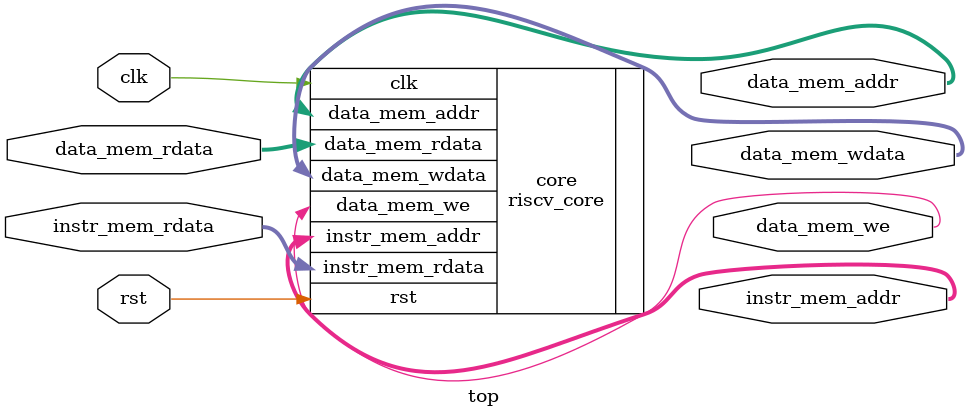
<source format=sv>
module top (
    input  logic clk,
    input  logic rst,

    input  logic [31:0] instr_mem_rdata,
    output logic [63:0] instr_mem_addr,

    input  logic [63:0] data_mem_rdata,
    output logic [63:0] data_mem_addr,
    output logic [63:0] data_mem_wdata,
    output logic        data_mem_we
);

    riscv_core core (
        .clk(clk),
        .rst(rst),
        .instr_mem_rdata(instr_mem_rdata),
        .instr_mem_addr(instr_mem_addr),
        .data_mem_rdata(data_mem_rdata),
        .data_mem_addr(data_mem_addr),
        .data_mem_wdata(data_mem_wdata),
        .data_mem_we(data_mem_we)
    );

endmodule

</source>
